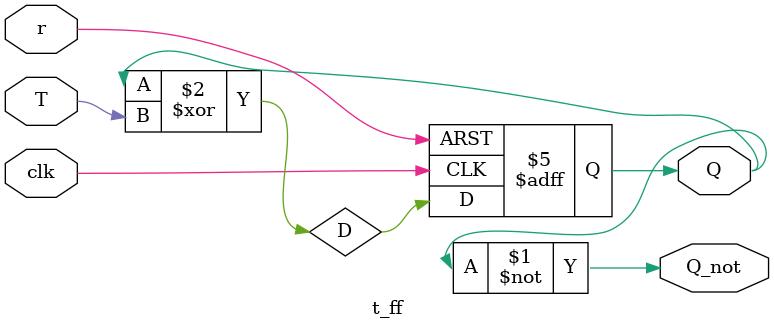
<source format=v>
module t_ff(
    input  clk,   // clock (btnC)
    input  T,     // toggle input
    input r,
    output reg Q, // main output
    output      Q_not // complement
);
    wire D;

    // Initial state
    initial begin
        Q = 1'b0;
    end

    // Complement
    assign Q_not = ~Q;

    // D = Q xor T
    assign D = Q ^ T;
    
//    assign Q = r ? 1'b0 : Q;

    // Edge-sensitive storage
    always @(posedge clk or posedge r) begin
        if (r) begin
            Q <= 1'b0;
        end else begin      
            Q <= D;
        end
    end
endmodule
</source>
